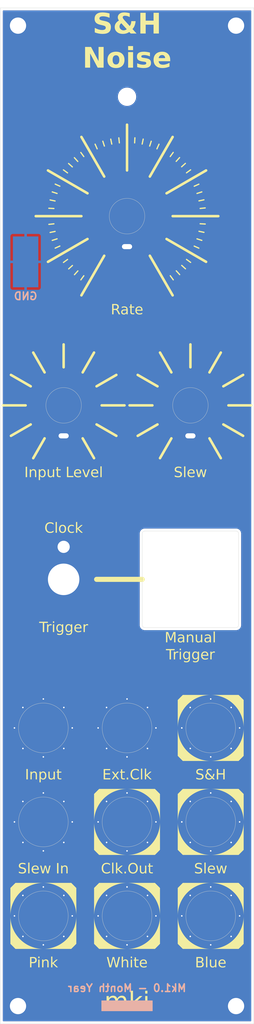
<source format=kicad_pcb>
(kicad_pcb (version 20240108) (generator "pcbnew") (generator_version "8.0")
  (title_block (title "Kosmo Format Front Panel - 5 cm") (company "DMH Instruments"))
  (layers (0 "F.Cu" signal) (31 "B.Cu" signal) (34 "B.Paste" user) (35 "F.Paste" user) (36 "B.SilkS" user "B.Silkscreen") (37 "F.SilkS" user "F.Silkscreen") (38 "B.Mask" user) (39 "F.Mask" user) (44 "Edge.Cuts" user))
  (net 0 "")
  (net 1 "GND")
  (footprint "SynthStuff:Jack_6.35mm_Cutout_v3" (layer "F.Cu") (at 58.5 190.25)
    (property "Reference" "H10")
    (property "Value" "Slew In" (at 0 9.3 0) (layer "F.SilkS") (effects (font (size 2 2))))
    (fp_circle (center 0 0) (end 0 -4.9) (stroke (width 0.05)) (fill none) (layer "Edge.Cuts"))
    (pad "1" thru_hole circle (at -5.7 0) (size 0.5 0.5) (drill 0.3) (layers "*.Cu" "*.Mask") (net 1 "GND"))
    (pad "1" thru_hole circle (at -4.04 -4.03) (size 0.5 0.5) (drill 0.3) (layers "*.Cu" "*.Mask") (net 1 "GND"))
    (pad "1" thru_hole circle (at -4.03 4.04) (size 0.5 0.5) (drill 0.3) (layers "*.Cu" "*.Mask") (net 1 "GND"))
    (pad "1" thru_hole circle (at 0 -5.7) (size 0.5 0.5) (drill 0.3) (layers "*.Cu" "*.Mask") (net 1 "GND"))
    (pad "1" connect circle (at 0 0) (size 12 12) (layers "F.Cu" "F.Mask") (net 1 "GND"))
    (pad "1" connect circle (at 0 0) (size 12 12) (layers "B.Cu" "B.Mask") (net 1 "GND"))
    (pad "1" thru_hole circle (at 0 5.7) (size 0.5 0.5) (drill 0.3) (layers "*.Cu" "*.Mask") (net 1 "GND"))
    (pad "1" thru_hole circle (at 4.03 4.04) (size 0.5 0.5) (drill 0.3) (layers "*.Cu" "*.Mask") (net 1 "GND"))
    (pad "1" thru_hole circle (at 4.04 -4.03) (size 0.5 0.5) (drill 0.3) (layers "*.Cu" "*.Mask") (net 1 "GND"))
    (pad "1" thru_hole circle (at 5.7 0) (size 0.5 0.5) (drill 0.3) (layers "*.Cu" "*.Mask") (net 1 "GND"))
  )
  (footprint "SynthStuff:MountingHole_Rails" (layer "F.Cu") (at 53.5 226.5)
    (property "Reference" "H3")
    (property "Value" "MountingHole_Rails" (hide yes))
    (pad "1" thru_hole circle (at 0 0) (size 4 4) (drill 3.2) (layers "*.Cu" "*.Mask") (net 1 "GND"))
  )
  (footprint "SynthStuff:Pot_Cutout_Medium_v2" (layer "F.Cu") (at 75 71)
    (property "Reference" "H5")
    (property "Value" "Rate" (at 0 18.5 0) (layer "F.SilkS") (effects (font (size 2 2))))
    (fp_line (start -15.59134 -8.995004) (end -7.795669 -4.497502) (stroke (width 0.5)) (layer "F.SilkS"))
    (fp_line (start -15.591339 8.995006) (end -7.795668 4.497502) (stroke (width 0.5)) (layer "F.SilkS"))
    (fp_line (start -14.422248 -1.499585) (end -15.422297 -1.553297) (stroke (width 0.25)) (layer "F.SilkS"))
    (fp_line (start -14.420762 1.513781) (end -15.415618 1.618213) (stroke (width 0.25)) (layer "F.SilkS"))
    (fp_line (start -14.189827 -2.983088) (end -15.168751 -3.188884) (stroke (width 0.25)) (layer "F.SilkS"))
    (fp_line (start -14.184996 3.005963) (end -15.163586 3.213337) (stroke (width 0.25)) (layer "F.SilkS"))
    (fp_line (start -13.795505 -4.464755) (end -14.747226 -4.772768) (stroke (width 0.25)) (layer "F.SilkS"))
    (fp_line (start -13.795256 4.465516) (end -14.746959 4.773582) (stroke (width 0.25)) (layer "F.SilkS"))
    (fp_line (start -13.250603 5.888244) (end -14.164734 6.294461) (stroke (width 0.25)) (layer "F.SilkS"))
    (fp_line (start -13.246934 -5.896501) (end -14.16081 -6.303287) (stroke (width 0.25)) (layer "F.SilkS"))
    (fp_line (start -11.733619 -8.51893) (end -12.543094 -9.106631) (stroke (width 0.25)) (layer "F.SilkS"))
    (fp_line (start -11.727755 8.526998) (end -12.536827 9.115257) (stroke (width 0.25)) (layer "F.SilkS"))
    (fp_line (start -10.782189 -9.69507) (end -11.526027 -10.36391) (stroke (width 0.25)) (layer "F.SilkS"))
    (fp_line (start -10.765681 9.713397) (end -11.50838 10.383502) (stroke (width 0.25)) (layer "F.SilkS"))
    (fp_line (start -9.713397 -10.765681) (end -10.383502 -11.50838) (stroke (width 0.25)) (layer "F.SilkS"))
    (fp_line (start -9.69507 10.782189) (end -10.36391 11.526027) (stroke (width 0.25)) (layer "F.SilkS"))
    (fp_line (start -9 0) (end -18 0) (stroke (width 0.5)) (layer "F.SilkS"))
    (fp_line (start -8.995006 -15.591339) (end -4.497502 -7.795668) (stroke (width 0.5)) (layer "F.SilkS"))
    (fp_line (start -8.995004 15.59134) (end -4.497502 7.795669) (stroke (width 0.5)) (layer "F.SilkS"))
    (fp_line (start -8.526998 -11.727755) (end -9.115257 -12.536827) (stroke (width 0.25)) (layer "F.SilkS"))
    (fp_line (start -8.51893 11.733619) (end -9.106631 12.543094) (stroke (width 0.25)) (layer "F.SilkS"))
    (fp_line (start -5.888244 -13.250603) (end -6.294461 -14.164734) (stroke (width 0.25)) (layer "F.SilkS"))
    (fp_line (start -4.465516 -13.795256) (end -4.773582 -14.746959) (stroke (width 0.25)) (layer "F.SilkS"))
    (fp_line (start -3.005963 -14.184996) (end -3.213337 -15.163586) (stroke (width 0.25)) (layer "F.SilkS"))
    (fp_line (start -1.513781 -14.420762) (end -1.618213 -15.415618) (stroke (width 0.25)) (layer "F.SilkS"))
    (fp_line (start 0 -9) (end 0 -18) (stroke (width 0.5)) (layer "F.SilkS"))
    (fp_line (start 1.499585 -14.422248) (end 1.553297 -15.422297) (stroke (width 0.25)) (layer "F.SilkS"))
    (fp_line (start 2.983088 -14.189827) (end 3.188884 -15.168751) (stroke (width 0.25)) (layer "F.SilkS"))
    (fp_line (start 4.464755 -13.795505) (end 4.772768 -14.747226) (stroke (width 0.25)) (layer "F.SilkS"))
    (fp_line (start 5.896501 -13.246934) (end 6.303287 -14.16081) (stroke (width 0.25)) (layer "F.SilkS"))
    (fp_line (start 8.51893 -11.733619) (end 9.106631 -12.543094) (stroke (width 0.25)) (layer "F.SilkS"))
    (fp_line (start 8.526998 11.727755) (end 9.115257 12.536827) (stroke (width 0.25)) (layer "F.SilkS"))
    (fp_line (start 8.995004 -15.59134) (end 4.497502 -7.795669) (stroke (width 0.5)) (layer "F.SilkS"))
    (fp_line (start 8.995006 15.591339) (end 4.497502 7.795668) (stroke (width 0.5)) (layer "F.SilkS"))
    (fp_line (start 9 0) (end 18 0) (stroke (width 0.5)) (layer "F.SilkS"))
    (fp_line (start 9.69507 -10.782189) (end 10.36391 -11.526027) (stroke (width 0.25)) (layer "F.SilkS"))
    (fp_line (start 9.713397 10.765681) (end 10.383502 11.50838) (stroke (width 0.25)) (layer "F.SilkS"))
    (fp_line (start 10.765681 -9.713397) (end 11.50838 -10.383502) (stroke (width 0.25)) (layer "F.SilkS"))
    (fp_line (start 10.782189 9.69507) (end 11.526027 10.36391) (stroke (width 0.25)) (layer "F.SilkS"))
    (fp_line (start 11.727755 -8.526998) (end 12.536827 -9.115257) (stroke (width 0.25)) (layer "F.SilkS"))
    (fp_line (start 11.733619 8.51893) (end 12.543094 9.106631) (stroke (width 0.25)) (layer "F.SilkS"))
    (fp_line (start 13.246934 5.896501) (end 14.16081 6.303287) (stroke (width 0.25)) (layer "F.SilkS"))
    (fp_line (start 13.250603 -5.888244) (end 14.164734 -6.294461) (stroke (width 0.25)) (layer "F.SilkS"))
    (fp_line (start 13.795256 -4.465516) (end 14.746959 -4.773582) (stroke (width 0.25)) (layer "F.SilkS"))
    (fp_line (start 13.795505 4.464755) (end 14.747226 4.772768) (stroke (width 0.25)) (layer "F.SilkS"))
    (fp_line (start 14.184996 -3.005963) (end 15.163586 -3.213337) (stroke (width 0.25)) (layer "F.SilkS"))
    (fp_line (start 14.189827 2.983088) (end 15.168751 3.188884) (stroke (width 0.25)) (layer "F.SilkS"))
    (fp_line (start 14.420762 -1.513781) (end 15.415618 -1.618213) (stroke (width 0.25)) (layer "F.SilkS"))
    (fp_line (start 14.422248 1.499585) (end 15.422297 1.553297) (stroke (width 0.25)) (layer "F.SilkS"))
    (fp_line (start 15.591339 -8.995006) (end 7.795668 -4.497502) (stroke (width 0.5)) (layer "F.SilkS"))
    (fp_line (start 15.59134 8.995004) (end 7.795669 4.497502) (stroke (width 0.5)) (layer "F.SilkS"))
    (fp_circle (center 0 0) (end 0 3.5) (stroke (width 0.05)) (fill none) (layer "Edge.Cuts"))
    (pad "1" connect circle (at 0 0) (size 12 12) (layers "F.Cu" "F.Mask") (net 1 "GND"))
    (pad "1" connect circle (at 0 0) (size 12 12) (layers "B.Cu" "B.Mask") (net 1 "GND"))
    (pad "1" thru_hole oval (at 0 6) (size 2.5 1.5) (drill oval 2 1) (layers "*.Cu" "*.Mask") (net 1 "GND"))
  )
  (footprint "SynthStuff:Jack_6.35mm_Cutout_Output_v6" (layer "F.Cu") (at 75 190.25)
    (property "Reference" "H19")
    (property "Value" "Clk.Out" (at 0 9.3 0) (layer "F.SilkS") (effects (font (size 2 2))))
    (fp_poly (pts (xy -6.5 5.5) (arc (start -6.5 0) (mid -4.596194 4.596194) (end 0 6.5)) (xy -5.5 6.5)) (fill solid) (layer "F.SilkS"))
    (fp_poly (pts (xy -5.5 -6.5) (arc (start 0 -6.5) (mid -4.596194 -4.596194) (end -6.5 0)) (xy -6.5 -5.5)) (fill solid) (layer "F.SilkS"))
    (fp_poly (pts (xy 5.5 6.5) (arc (start 0 6.5) (mid 4.596194 4.596194) (end 6.5 0)) (xy 6.5 5.5)) (fill solid) (layer "F.SilkS"))
    (fp_poly (pts (xy 6.5 -5.5) (arc (start 6.5 0) (mid 4.596194 -4.596194) (end 0 -6.5)) (xy 5.5 -6.5)) (fill solid) (layer "F.SilkS"))
    (fp_circle (center 0 0) (end 0 -4.9) (stroke (width 0.05)) (fill none) (layer "Edge.Cuts"))
    (pad "1" thru_hole circle (at -5.7 0) (size 0.5 0.5) (drill 0.3) (layers "*.Cu" "*.Mask") (net 1 "GND"))
    (pad "1" thru_hole circle (at -4.04 -4.03) (size 0.5 0.5) (drill 0.3) (layers "*.Cu" "*.Mask") (net 1 "GND"))
    (pad "1" thru_hole circle (at -4.03 4.04) (size 0.5 0.5) (drill 0.3) (layers "*.Cu" "*.Mask") (net 1 "GND"))
    (pad "1" thru_hole circle (at 0 -5.7) (size 0.5 0.5) (drill 0.3) (layers "*.Cu" "*.Mask") (net 1 "GND"))
    (pad "1" connect circle (at 0 0) (size 12 12) (layers "F.Cu" "F.Mask") (net 1 "GND"))
    (pad "1" connect circle (at 0 0) (size 12 12) (layers "B.Cu" "B.Mask") (net 1 "GND"))
    (pad "1" thru_hole circle (at 0 5.7) (size 0.5 0.5) (drill 0.3) (layers "*.Cu" "*.Mask") (net 1 "GND"))
    (pad "1" thru_hole circle (at 4.03 4.04) (size 0.5 0.5) (drill 0.3) (layers "*.Cu" "*.Mask") (net 1 "GND"))
    (pad "1" thru_hole circle (at 4.04 -4.03) (size 0.5 0.5) (drill 0.3) (layers "*.Cu" "*.Mask") (net 1 "GND"))
    (pad "1" thru_hole circle (at 5.7 0) (size 0.5 0.5) (drill 0.3) (layers "*.Cu" "*.Mask") (net 1 "GND"))
  )
  (footprint "SynthStuff:MountingHole_LED_3mm" (layer "F.Cu") (at 75 47.5)
    (property "Reference" "H16" (hide yes))
    (property "Value" "Rate LED")
    (pad "" np_thru_hole circle (at 0 0) (size 3.1 3.1) (drill 3.1) (layers "F&B.Cu" "*.Mask"))
  )
  (footprint "SynthStuff:MX_switch_Cutout" (layer "F.Cu") (at 87.5 142.5)
    (property "Reference" "H17" (hide yes))
    (property "Value" "Manual Trigger" (hide yes))
    (fp_line (start -9.5 -9) (end -9.5 9) (stroke (width 0.05)) (layer "Edge.Cuts"))
    (fp_line (start -9 -9.5) (end 9 -9.5) (stroke (width 0.05)) (layer "Edge.Cuts"))
    (fp_line (start -9 9.5) (end 9 9.5) (stroke (width 0.05)) (layer "Edge.Cuts"))
    (fp_line (start 9.5 -9) (end 9.5 9) (stroke (width 0.05)) (layer "Edge.Cuts"))
    (fp_arc (start -9.5 -9) (mid -9.353553 -9.353553) (end -9 -9.5) (stroke (width 0.05)) (layer "Edge.Cuts"))
    (fp_arc (start -9 9.5) (mid -9.353553 9.353553) (end -9.5 9) (stroke (width 0.05)) (layer "Edge.Cuts"))
    (fp_arc (start 9 -9.5) (mid 9.353553 -9.353553) (end 9.5 -9) (stroke (width 0.05)) (layer "Edge.Cuts"))
    (fp_arc (start 9.5 9) (mid 9.353553 9.353553) (end 9 9.5) (stroke (width 0.05)) (layer "Edge.Cuts"))
  )
  (footprint "SynthStuff:Jack_6.35mm_Cutout_Output_v6" (layer "F.Cu") (at 91.5 190.25)
    (property "Reference" "H12")
    (property "Value" "Slew" (at 0 9.3 0) (layer "F.SilkS") (effects (font (size 2 2))))
    (fp_poly (pts (xy -6.5 5.5) (arc (start -6.5 0) (mid -4.596194 4.596194) (end 0 6.5)) (xy -5.5 6.5)) (fill solid) (layer "F.SilkS"))
    (fp_poly (pts (xy -5.5 -6.5) (arc (start 0 -6.5) (mid -4.596194 -4.596194) (end -6.5 0)) (xy -6.5 -5.5)) (fill solid) (layer "F.SilkS"))
    (fp_poly (pts (xy 5.5 6.5) (arc (start 0 6.5) (mid 4.596194 4.596194) (end 6.5 0)) (xy 6.5 5.5)) (fill solid) (layer "F.SilkS"))
    (fp_poly (pts (xy 6.5 -5.5) (arc (start 6.5 0) (mid 4.596194 -4.596194) (end 0 -6.5)) (xy 5.5 -6.5)) (fill solid) (layer "F.SilkS"))
    (fp_circle (center 0 0) (end 0 -4.9) (stroke (width 0.05)) (fill none) (layer "Edge.Cuts"))
    (pad "1" thru_hole circle (at -5.7 0) (size 0.5 0.5) (drill 0.3) (layers "*.Cu" "*.Mask") (net 1 "GND"))
    (pad "1" thru_hole circle (at -4.04 -4.03) (size 0.5 0.5) (drill 0.3) (layers "*.Cu" "*.Mask") (net 1 "GND"))
    (pad "1" thru_hole circle (at -4.03 4.04) (size 0.5 0.5) (drill 0.3) (layers "*.Cu" "*.Mask") (net 1 "GND"))
    (pad "1" thru_hole circle (at 0 -5.7) (size 0.5 0.5) (drill 0.3) (layers "*.Cu" "*.Mask") (net 1 "GND"))
    (pad "1" connect circle (at 0 0) (size 12 12) (layers "F.Cu" "F.Mask") (net 1 "GND"))
    (pad "1" connect circle (at 0 0) (size 12 12) (layers "B.Cu" "B.Mask") (net 1 "GND"))
    (pad "1" thru_hole circle (at 0 5.7) (size 0.5 0.5) (drill 0.3) (layers "*.Cu" "*.Mask") (net 1 "GND"))
    (pad "1" thru_hole circle (at 4.03 4.04) (size 0.5 0.5) (drill 0.3) (layers "*.Cu" "*.Mask") (net 1 "GND"))
    (pad "1" thru_hole circle (at 4.04 -4.03) (size 0.5 0.5) (drill 0.3) (layers "*.Cu" "*.Mask") (net 1 "GND"))
    (pad "1" thru_hole circle (at 5.7 0) (size 0.5 0.5) (drill 0.3) (layers "*.Cu" "*.Mask") (net 1 "GND"))
  )
  (footprint "SynthStuff:Jack_6.35mm_Cutout_v3" (layer "F.Cu") (at 58.5 171.75)
    (property "Reference" "H8")
    (property "Value" "Input" (at 0 9.3 0) (layer "F.SilkS") (effects (font (size 2 2))))
    (fp_circle (center 0 0) (end 0 -4.9) (stroke (width 0.05)) (fill none) (layer "Edge.Cuts"))
    (pad "1" thru_hole circle (at -5.7 0) (size 0.5 0.5) (drill 0.3) (layers "*.Cu" "*.Mask") (net 1 "GND"))
    (pad "1" thru_hole circle (at -4.04 -4.03) (size 0.5 0.5) (drill 0.3) (layers "*.Cu" "*.Mask") (net 1 "GND"))
    (pad "1" thru_hole circle (at -4.03 4.04) (size 0.5 0.5) (drill 0.3) (layers "*.Cu" "*.Mask") (net 1 "GND"))
    (pad "1" thru_hole circle (at 0 -5.7) (size 0.5 0.5) (drill 0.3) (layers "*.Cu" "*.Mask") (net 1 "GND"))
    (pad "1" connect circle (at 0 0) (size 12 12) (layers "F.Cu" "F.Mask") (net 1 "GND"))
    (pad "1" connect circle (at 0 0) (size 12 12) (layers "B.Cu" "B.Mask") (net 1 "GND"))
    (pad "1" thru_hole circle (at 0 5.7) (size 0.5 0.5) (drill 0.3) (layers "*.Cu" "*.Mask") (net 1 "GND"))
    (pad "1" thru_hole circle (at 4.03 4.04) (size 0.5 0.5) (drill 0.3) (layers "*.Cu" "*.Mask") (net 1 "GND"))
    (pad "1" thru_hole circle (at 4.04 -4.03) (size 0.5 0.5) (drill 0.3) (layers "*.Cu" "*.Mask") (net 1 "GND"))
    (pad "1" thru_hole circle (at 5.7 0) (size 0.5 0.5) (drill 0.3) (layers "*.Cu" "*.Mask") (net 1 "GND"))
  )
  (footprint "SynthStuff:Pot_Cutout_Tiny" (layer "F.Cu") (at 87.5 108.25)
    (property "Reference" "H7")
    (property "Value" "Slew" (at 0 13.3 0) (layer "F.SilkS") (effects (font (size 2 2))))
    (fp_line (start -7.499998 0) (end -12 0) (stroke (width 0.5)) (layer "F.SilkS"))
    (fp_line (start -6.49301 -3.753771) (end -10.394285 -5.996567) (stroke (width 0.5)) (layer "F.SilkS"))
    (fp_line (start -6.49301 3.753772) (end -10.394227 5.996669) (stroke (width 0.5)) (layer "F.SilkS"))
    (fp_line (start -3.753772 -6.49301) (end -5.996669 -10.394227) (stroke (width 0.5)) (layer "F.SilkS"))
    (fp_line (start -3.753771 6.49301) (end -5.996567 10.394285) (stroke (width 0.5)) (layer "F.SilkS"))
    (fp_line (start 0 -7.5) (end 0 -12) (stroke (width 0.5)) (layer "F.SilkS"))
    (fp_line (start 3.753771 -6.49301) (end 5.996567 -10.394285) (stroke (width 0.5)) (layer "F.SilkS"))
    (fp_line (start 3.753772 6.49301) (end 5.996669 10.394227) (stroke (width 0.5)) (layer "F.SilkS"))
    (fp_line (start 6.49301 -3.753772) (end 10.394227 -5.996669) (stroke (width 0.5)) (layer "F.SilkS"))
    (fp_line (start 6.49301 3.753771) (end 10.394285 5.996567) (stroke (width 0.5)) (layer "F.SilkS"))
    (fp_line (start 7.5 0) (end 12 0) (stroke (width 0.5)) (layer "F.SilkS"))
    (fp_circle (center 0 0) (end 0 3.5) (stroke (width 0.05)) (fill none) (layer "Edge.Cuts"))
    (pad "1" connect circle (at 0 0) (size 12 12) (layers "F.Cu" "F.Mask") (net 1 "GND"))
    (pad "1" connect circle (at 0 0) (size 12 12) (layers "B.Cu" "B.Mask") (net 1 "GND"))
    (pad "1" thru_hole oval (at 0 6) (size 2.5 1.5) (drill oval 2 1) (layers "*.Cu" "*.Mask") (net 1 "GND"))
  )
  (footprint "SynthStuff:Toggle_Switch_Cutout" (layer "F.Cu") (at 62.5 142.5)
    (property "Reference" "H18")
    (property "Value" "Trigger Source" (hide yes))
    (pad "1" thru_hole circle (at 0 -6.4) (size 2.9 2.9) (drill 2.4) (layers "*.Cu" "*.Mask") (net 1 "GND"))
    (pad "1" thru_hole circle (at 0 0) (size 13 13) (drill 6.2) (layers "*.Cu" "*.Mask") (net 1 "GND"))
  )
  (footprint "SynthStuff:Jack_6.35mm_Cutout_Output_v6" (layer "F.Cu") (at 58.5 208.75)
    (property "Reference" "H14")
    (property "Value" "Pink" (at 0 9.3 0) (layer "F.SilkS") (effects (font (size 2 2))))
    (fp_poly (pts (xy -6.5 5.5) (arc (start -6.5 0) (mid -4.596194 4.596194) (end 0 6.5)) (xy -5.5 6.5)) (fill solid) (layer "F.SilkS"))
    (fp_poly (pts (xy -5.5 -6.5) (arc (start 0 -6.5) (mid -4.596194 -4.596194) (end -6.5 0)) (xy -6.5 -5.5)) (fill solid) (layer "F.SilkS"))
    (fp_poly (pts (xy 5.5 6.5) (arc (start 0 6.5) (mid 4.596194 4.596194) (end 6.5 0)) (xy 6.5 5.5)) (fill solid) (layer "F.SilkS"))
    (fp_poly (pts (xy 6.5 -5.5) (arc (start 6.5 0) (mid 4.596194 -4.596194) (end 0 -6.5)) (xy 5.5 -6.5)) (fill solid) (layer "F.SilkS"))
    (fp_circle (center 0 0) (end 0 -4.9) (stroke (width 0.05)) (fill none) (layer "Edge.Cuts"))
    (pad "1" thru_hole circle (at -5.7 0) (size 0.5 0.5) (drill 0.3) (layers "*.Cu" "*.Mask") (net 1 "GND"))
    (pad "1" thru_hole circle (at -4.04 -4.03) (size 0.5 0.5) (drill 0.3) (layers "*.Cu" "*.Mask") (net 1 "GND"))
    (pad "1" thru_hole circle (at -4.03 4.04) (size 0.5 0.5) (drill 0.3) (layers "*.Cu" "*.Mask") (net 1 "GND"))
    (pad "1" thru_hole circle (at 0 -5.7) (size 0.5 0.5) (drill 0.3) (layers "*.Cu" "*.Mask") (net 1 "GND"))
    (pad "1" connect circle (at 0 0) (size 12 12) (layers "F.Cu" "F.Mask") (net 1 "GND"))
    (pad "1" connect circle (at 0 0) (size 12 12) (layers "B.Cu" "B.Mask") (net 1 "GND"))
    (pad "1" thru_hole circle (at 0 5.7) (size 0.5 0.5) (drill 0.3) (layers "*.Cu" "*.Mask") (net 1 "GND"))
    (pad "1" thru_hole circle (at 4.03 4.04) (size 0.5 0.5) (drill 0.3) (layers "*.Cu" "*.Mask") (net 1 "GND"))
    (pad "1" thru_hole circle (at 4.04 -4.03) (size 0.5 0.5) (drill 0.3) (layers "*.Cu" "*.Mask") (net 1 "GND"))
    (pad "1" thru_hole circle (at 5.7 0) (size 0.5 0.5) (drill 0.3) (layers "*.Cu" "*.Mask") (net 1 "GND"))
  )
  (footprint "SynthStuff:MountingHole_Rails" (layer "F.Cu") (at 96.5 33.5)
    (property "Reference" "H2")
    (property "Value" "MountingHole_Rails" (hide yes))
    (pad "1" thru_hole circle (at 0 0) (size 4 4) (drill 3.2) (layers "*.Cu" "*.Mask") (net 1 "GND"))
  )
  (footprint "SynthStuff:MountingHole_Rails" (layer "F.Cu") (at 96.5 226.5)
    (property "Reference" "H4")
    (property "Value" "MountingHole_Rails" (hide yes))
    (pad "1" thru_hole circle (at 0 0) (size 4 4) (drill 3.2) (layers "*.Cu" "*.Mask") (net 1 "GND"))
  )
  (footprint "SynthStuff:Jack_6.35mm_Cutout_Output_v6" (layer "F.Cu") (at 75 208.75)
    (property "Reference" "H13")
    (property "Value" "White" (at 0 9.3 0) (layer "F.SilkS") (effects (font (size 2 2))))
    (fp_poly (pts (xy -6.5 5.5) (arc (start -6.5 0) (mid -4.596194 4.596194) (end 0 6.5)) (xy -5.5 6.5)) (fill solid) (layer "F.SilkS"))
    (fp_poly (pts (xy -5.5 -6.5) (arc (start 0 -6.5) (mid -4.596194 -4.596194) (end -6.5 0)) (xy -6.5 -5.5)) (fill solid) (layer "F.SilkS"))
    (fp_poly (pts (xy 5.5 6.5) (arc (start 0 6.5) (mid 4.596194 4.596194) (end 6.5 0)) (xy 6.5 5.5)) (fill solid) (layer "F.SilkS"))
    (fp_poly (pts (xy 6.5 -5.5) (arc (start 6.5 0) (mid 4.596194 -4.596194) (end 0 -6.5)) (xy 5.5 -6.5)) (fill solid) (layer "F.SilkS"))
    (fp_circle (center 0 0) (end 0 -4.9) (stroke (width 0.05)) (fill none) (layer "Edge.Cuts"))
    (pad "1" thru_hole circle (at -5.7 0) (size 0.5 0.5) (drill 0.3) (layers "*.Cu" "*.Mask") (net 1 "GND"))
    (pad "1" thru_hole circle (at -4.04 -4.03) (size 0.5 0.5) (drill 0.3) (layers "*.Cu" "*.Mask") (net 1 "GND"))
    (pad "1" thru_hole circle (at -4.03 4.04) (size 0.5 0.5) (drill 0.3) (layers "*.Cu" "*.Mask") (net 1 "GND"))
    (pad "1" thru_hole circle (at 0 -5.7) (size 0.5 0.5) (drill 0.3) (layers "*.Cu" "*.Mask") (net 1 "GND"))
    (pad "1" connect circle (at 0 0) (size 12 12) (layers "F.Cu" "F.Mask") (net 1 "GND"))
    (pad "1" connect circle (at 0 0) (size 12 12) (layers "B.Cu" "B.Mask") (net 1 "GND"))
    (pad "1" thru_hole circle (at 0 5.7) (size 0.5 0.5) (drill 0.3) (layers "*.Cu" "*.Mask") (net 1 "GND"))
    (pad "1" thru_hole circle (at 4.03 4.04) (size 0.5 0.5) (drill 0.3) (layers "*.Cu" "*.Mask") (net 1 "GND"))
    (pad "1" thru_hole circle (at 4.04 -4.03) (size 0.5 0.5) (drill 0.3) (layers "*.Cu" "*.Mask") (net 1 "GND"))
    (pad "1" thru_hole circle (at 5.7 0) (size 0.5 0.5) (drill 0.3) (layers "*.Cu" "*.Mask") (net 1 "GND"))
  )
  (footprint "SynthStuff:MountingHole_Rails" (layer "F.Cu") (at 53.5 33.5)
    (property "Reference" "H1")
    (property "Value" "MountingHole_Rails" (hide yes))
    (pad "1" thru_hole circle (at 0 0) (size 4 4) (drill 3.2) (layers "*.Cu" "*.Mask") (net 1 "GND"))
  )
  (footprint "SynthStuff:Jack_6.35mm_Cutout_Output_v6" (layer "F.Cu") (at 91.5 208.75)
    (property "Reference" "H15")
    (property "Value" "Blue" (at 0 9.3 0) (layer "F.SilkS") (effects (font (size 2 2))))
    (fp_poly (pts (xy -6.5 5.5) (arc (start -6.5 0) (mid -4.596194 4.596194) (end 0 6.5)) (xy -5.5 6.5)) (fill solid) (layer "F.SilkS"))
    (fp_poly (pts (xy -5.5 -6.5) (arc (start 0 -6.5) (mid -4.596194 -4.596194) (end -6.5 0)) (xy -6.5 -5.5)) (fill solid) (layer "F.SilkS"))
    (fp_poly (pts (xy 5.5 6.5) (arc (start 0 6.5) (mid 4.596194 4.596194) (end 6.5 0)) (xy 6.5 5.5)) (fill solid) (layer "F.SilkS"))
    (fp_poly (pts (xy 6.5 -5.5) (arc (start 6.5 0) (mid 4.596194 -4.596194) (end 0 -6.5)) (xy 5.5 -6.5)) (fill solid) (layer "F.SilkS"))
    (fp_circle (center 0 0) (end 0 -4.9) (stroke (width 0.05)) (fill none) (layer "Edge.Cuts"))
    (pad "1" thru_hole circle (at -5.7 0) (size 0.5 0.5) (drill 0.3) (layers "*.Cu" "*.Mask") (net 1 "GND"))
    (pad "1" thru_hole circle (at -4.04 -4.03) (size 0.5 0.5) (drill 0.3) (layers "*.Cu" "*.Mask") (net 1 "GND"))
    (pad "1" thru_hole circle (at -4.03 4.04) (size 0.5 0.5) (drill 0.3) (layers "*.Cu" "*.Mask") (net 1 "GND"))
    (pad "1" thru_hole circle (at 0 -5.7) (size 0.5 0.5) (drill 0.3) (layers "*.Cu" "*.Mask") (net 1 "GND"))
    (pad "1" connect circle (at 0 0) (size 12 12) (layers "F.Cu" "F.Mask") (net 1 "GND"))
    (pad "1" connect circle (at 0 0) (size 12 12) (layers "B.Cu" "B.Mask") (net 1 "GND"))
    (pad "1" thru_hole circle (at 0 5.7) (size 0.5 0.5) (drill 0.3) (layers "*.Cu" "*.Mask") (net 1 "GND"))
    (pad "1" thru_hole circle (at 4.03 4.04) (size 0.5 0.5) (drill 0.3) (layers "*.Cu" "*.Mask") (net 1 "GND"))
    (pad "1" thru_hole circle (at 4.04 -4.03) (size 0.5 0.5) (drill 0.3) (layers "*.Cu" "*.Mask") (net 1 "GND"))
    (pad "1" thru_hole circle (at 5.7 0) (size 0.5 0.5) (drill 0.3) (layers "*.Cu" "*.Mask") (net 1 "GND"))
  )
  (footprint "SynthStuff:Jack_6.35mm_Cutout_v3" (layer "F.Cu") (at 75 171.75)
    (property "Reference" "H9")
    (property "Value" "Ext.Clk" (at 0 9.3 0) (layer "F.SilkS") (effects (font (size 2 2))))
    (fp_circle (center 0 0) (end 0 -4.9) (stroke (width 0.05)) (fill none) (layer "Edge.Cuts"))
    (pad "1" thru_hole circle (at -5.7 0) (size 0.5 0.5) (drill 0.3) (layers "*.Cu" "*.Mask") (net 1 "GND"))
    (pad "1" thru_hole circle (at -4.04 -4.03) (size 0.5 0.5) (drill 0.3) (layers "*.Cu" "*.Mask") (net 1 "GND"))
    (pad "1" thru_hole circle (at -4.03 4.04) (size 0.5 0.5) (drill 0.3) (layers "*.Cu" "*.Mask") (net 1 "GND"))
    (pad "1" thru_hole circle (at 0 -5.7) (size 0.5 0.5) (drill 0.3) (layers "*.Cu" "*.Mask") (net 1 "GND"))
    (pad "1" connect circle (at 0 0) (size 12 12) (layers "F.Cu" "F.Mask") (net 1 "GND"))
    (pad "1" connect circle (at 0 0) (size 12 12) (layers "B.Cu" "B.Mask") (net 1 "GND"))
    (pad "1" thru_hole circle (at 0 5.7) (size 0.5 0.5) (drill 0.3) (layers "*.Cu" "*.Mask") (net 1 "GND"))
    (pad "1" thru_hole circle (at 4.03 4.04) (size 0.5 0.5) (drill 0.3) (layers "*.Cu" "*.Mask") (net 1 "GND"))
    (pad "1" thru_hole circle (at 4.04 -4.03) (size 0.5 0.5) (drill 0.3) (layers "*.Cu" "*.Mask") (net 1 "GND"))
    (pad "1" thru_hole circle (at 5.7 0) (size 0.5 0.5) (drill 0.3) (layers "*.Cu" "*.Mask") (net 1 "GND"))
  )
  (footprint "SynthStuff:Jack_6.35mm_Cutout_Output_v6" (layer "F.Cu") (at 91.5 171.75)
    (property "Reference" "H11")
    (property "Value" "S&H" (at 0 9.3 0) (layer "F.SilkS") (effects (font (size 2 2))))
    (fp_poly (pts (xy -6.5 5.5) (arc (start -6.5 0) (mid -4.596194 4.596194) (end 0 6.5)) (xy -5.5 6.5)) (fill solid) (layer "F.SilkS"))
    (fp_poly (pts (xy -5.5 -6.5) (arc (start 0 -6.5) (mid -4.596194 -4.596194) (end -6.5 0)) (xy -6.5 -5.5)) (fill solid) (layer "F.SilkS"))
    (fp_poly (pts (xy 5.5 6.5) (arc (start 0 6.5) (mid 4.596194 4.596194) (end 6.5 0)) (xy 6.5 5.5)) (fill solid) (layer "F.SilkS"))
    (fp_poly (pts (xy 6.5 -5.5) (arc (start 6.5 0) (mid 4.596194 -4.596194) (end 0 -6.5)) (xy 5.5 -6.5)) (fill solid) (layer "F.SilkS"))
    (fp_circle (center 0 0) (end 0 -4.9) (stroke (width 0.05)) (fill none) (layer "Edge.Cuts"))
    (pad "1" thru_hole circle (at -5.7 0) (size 0.5 0.5) (drill 0.3) (layers "*.Cu" "*.Mask") (net 1 "GND"))
    (pad "1" thru_hole circle (at -4.04 -4.03) (size 0.5 0.5) (drill 0.3) (layers "*.Cu" "*.Mask") (net 1 "GND"))
    (pad "1" thru_hole circle (at -4.03 4.04) (size 0.5 0.5) (drill 0.3) (layers "*.Cu" "*.Mask") (net 1 "GND"))
    (pad "1" thru_hole circle (at 0 -5.7) (size 0.5 0.5) (drill 0.3) (layers "*.Cu" "*.Mask") (net 1 "GND"))
    (pad "1" connect circle (at 0 0) (size 12 12) (layers "F.Cu" "F.Mask") (net 1 "GND"))
    (pad "1" connect circle (at 0 0) (size 12 12) (layers "B.Cu" "B.Mask") (net 1 "GND"))
    (pad "1" thru_hole circle (at 0 5.7) (size 0.5 0.5) (drill 0.3) (layers "*.Cu" "*.Mask") (net 1 "GND"))
    (pad "1" thru_hole circle (at 4.03 4.04) (size 0.5 0.5) (drill 0.3) (layers "*.Cu" "*.Mask") (net 1 "GND"))
    (pad "1" thru_hole circle (at 4.04 -4.03) (size 0.5 0.5) (drill 0.3) (layers "*.Cu" "*.Mask") (net 1 "GND"))
    (pad "1" thru_hole circle (at 5.7 0) (size 0.5 0.5) (drill 0.3) (layers "*.Cu" "*.Mask") (net 1 "GND"))
  )
  (footprint "SynthStuff:Pot_Cutout_Tiny" (layer "F.Cu") (at 62.5 108.25)
    (property "Reference" "H6")
    (property "Value" "Input Level" (at 0 13.3 0) (layer "F.SilkS") (effects (font (size 2 2))))
    (fp_line (start -7.499998 0) (end -12 0) (stroke (width 0.5)) (layer "F.SilkS"))
    (fp_line (start -6.49301 -3.753771) (end -10.394285 -5.996567) (stroke (width 0.5)) (layer "F.SilkS"))
    (fp_line (start -6.49301 3.753772) (end -10.394227 5.996669) (stroke (width 0.5)) (layer "F.SilkS"))
    (fp_line (start -3.753772 -6.49301) (end -5.996669 -10.394227) (stroke (width 0.5)) (layer "F.SilkS"))
    (fp_line (start -3.753771 6.49301) (end -5.996567 10.394285) (stroke (width 0.5)) (layer "F.SilkS"))
    (fp_line (start 0 -7.5) (end 0 -12) (stroke (width 0.5)) (layer "F.SilkS"))
    (fp_line (start 3.753771 -6.49301) (end 5.996567 -10.394285) (stroke (width 0.5)) (layer "F.SilkS"))
    (fp_line (start 3.753772 6.49301) (end 5.996669 10.394227) (stroke (width 0.5)) (layer "F.SilkS"))
    (fp_line (start 6.49301 -3.753772) (end 10.394227 -5.996669) (stroke (width 0.5)) (layer "F.SilkS"))
    (fp_line (start 6.49301 3.753771) (end 10.394285 5.996567) (stroke (width 0.5)) (layer "F.SilkS"))
    (fp_line (start 7.5 0) (end 12 0) (stroke (width 0.5)) (layer "F.SilkS"))
    (fp_circle (center 0 0) (end 0 3.5) (stroke (width 0.05)) (fill none) (layer "Edge.Cuts"))
    (pad "1" connect circle (at 0 0) (size 12 12) (layers "F.Cu" "F.Mask") (net 1 "GND"))
    (pad "1" connect circle (at 0 0) (size 12 12) (layers "B.Cu" "B.Mask") (net 1 "GND"))
    (pad "1" thru_hole oval (at 0 6) (size 2.5 1.5) (drill oval 2 1) (layers "*.Cu" "*.Mask") (net 1 "GND"))
  )
  (footprint "SynthStuff:Panel_GND_SolderWirePad_5x10mm" (layer "B.Cu") (at 55 80 180)
    (property "Reference" "J0" (hide yes))
    (property "Value" "Panel_GND_Solder_Wire_Pad" (hide yes))
    (property "Function" "GND" (at 0 -6.75 0) (layer "B.SilkS") (effects (font (size 1.5 1.5) (thickness 0.3) (bold yes)) (justify mirror)))
    (pad "1" smd rect (at 0 0 180) (size 5 10) (layers "B.Cu" "B.Paste" "B.Mask") (net 1 "GND"))
  )
  (gr_rect (start 70 225.45) (end 80 227.45) (stroke (width 0.1)) (fill solid) (layer "B.SilkS"))
  (gr_line (start 69 142.5) (end 78 142.5) (stroke (width 1)) (layer "F.SilkS"))
  (gr_rect (start 50 30) (end 100 230) (stroke (width 0.05)) (fill none) (layer "Edge.Cuts"))
  (gr_text "Mk1.0 - Month Year" (at 75 222.95 0) (layer "B.SilkS") (effects (font (size 1.5 1.5) (thickness 0.3) (bold yes)) (justify mirror)))
  (gr_text "S&H\nNoise" (at 75 36.75 0) (layer "F.SilkS") (effects (font (size 4 4) (thickness 0.8) (bold yes))))
  (gr_text "Trigger" (at 62.5 152.05 0) (layer "F.SilkS") (effects (font (size 2 2))))
  (gr_text "Manual\nTrigger" (at 87.5 155.75 0) (layer "F.SilkS") (effects (font (size 2 2))))
  (gr_text "mki" (at 75 225.75 0) (layer "F.SilkS") (effects (font (size 3.5 3.5) (thickness 0.875))))
  (gr_text "Clock" (at 62.5 132.5 0) (layer "F.SilkS") (effects (font (size 2 2))))
  (zone (net 1) (net_name "GND") (layers "F&B.Cu") (name "GroundPlane") (connect_pads yes (clearance 0.5)) (min_thickness 0.25) (fill yes (thermal_gap 0.5) (thermal_bridge_width 0.5))
    (polygon (pts (xy 50 30) (xy 100 30) (xy 100 230) (xy 50 230)))
  )
)
</source>
